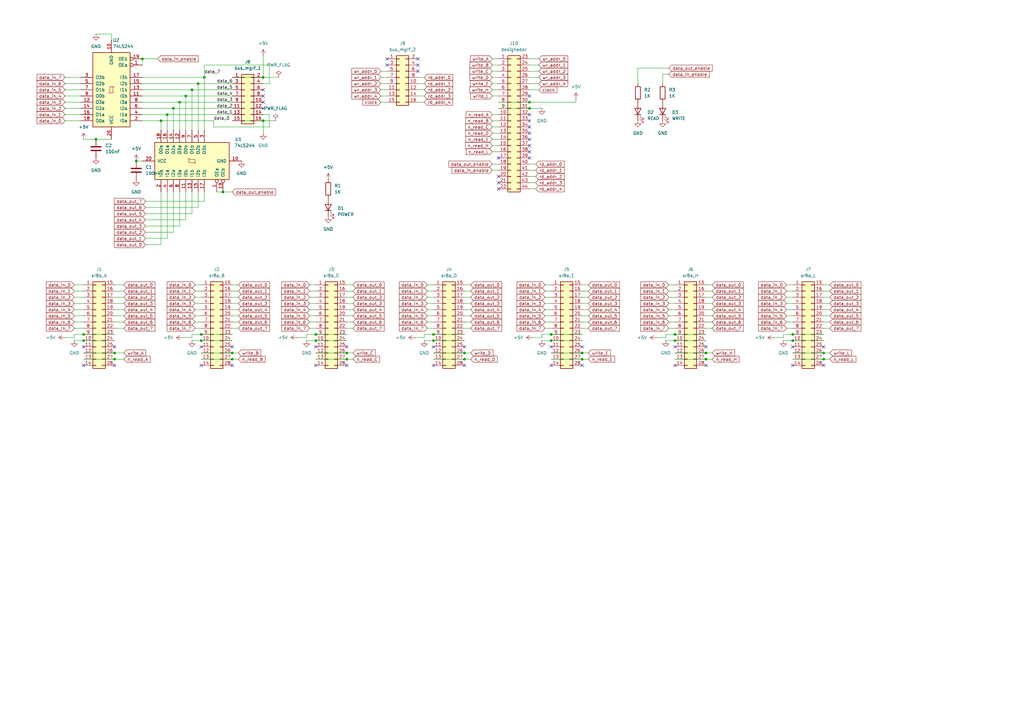
<source format=kicad_sch>
(kicad_sch (version 20250114) (generator "eeschema") (generator_version "9.0")
  (paper "A3")
  (junction (at 142.24 144.78))
  (junction (at 81.28 34.29))
  (junction (at 107.95 31.75))
  (junction (at 34.29 139.7))
  (junction (at 46.99 144.78))
  (junction (at 95.25 147.32))
  (junction (at 217.17 41.91))
  (junction (at 83.82 31.75))
  (junction (at 46.99 147.32))
  (junction (at 177.8 137.16))
  (junction (at 107.95 49.53))
  (junction (at 68.58 46.99))
  (junction (at 82.55 137.16))
  (junction (at 217.17 44.45))
  (junction (at 289.56 147.32))
  (junction (at 34.29 137.16))
  (junction (at 177.8 139.7))
  (junction (at 337.82 147.32))
  (junction (at 337.82 144.78))
  (junction (at 226.06 137.16))
  (junction (at 142.24 147.32))
  (junction (at 276.86 139.7))
  (junction (at 58.42 24.13))
  (junction (at 66.04 49.53))
  (junction (at 325.12 137.16))
  (junction (at 226.06 139.7))
  (junction (at 39.37 57.15))
  (junction (at 82.55 139.7))
  (junction (at 95.25 144.78))
  (junction (at 129.54 139.7))
  (junction (at 276.86 137.16))
  (junction (at 289.56 144.78))
  (junction (at 71.12 44.45))
  (junction (at 76.2 39.37))
  (junction (at 325.12 139.7))
  (junction (at 190.5 147.32))
  (junction (at 129.54 137.16))
  (junction (at 78.74 36.83))
  (junction (at 238.76 144.78))
  (junction (at 55.88 66.04))
  (junction (at 73.66 41.91))
  (junction (at 91.44 78.74))
  (junction (at 238.76 147.32))
  (junction (at 190.5 144.78))
  (no_connect (at 107.95 36.83))
  (no_connect (at 217.17 64.77))
  (no_connect (at 217.17 62.23))
  (no_connect (at 217.17 59.69))
  (no_connect (at 217.17 57.15))
  (no_connect (at 217.17 39.37))
  (no_connect (at 204.47 72.39))
  (no_connect (at 204.47 74.93))
  (no_connect (at 204.47 77.47))
  (no_connect (at 217.17 54.61))
  (no_connect (at 217.17 52.07))
  (no_connect (at 217.17 49.53))
  (no_connect (at 217.17 46.99))
  (no_connect (at 204.47 64.77))
  (no_connect (at 129.54 142.24))
  (no_connect (at 129.54 149.86))
  (no_connect (at 142.24 149.86))
  (no_connect (at 142.24 142.24))
  (no_connect (at 82.55 149.86))
  (no_connect (at 95.25 149.86))
  (no_connect (at 82.55 142.24))
  (no_connect (at 95.25 142.24))
  (no_connect (at 46.99 142.24))
  (no_connect (at 46.99 149.86))
  (no_connect (at 34.29 142.24))
  (no_connect (at 34.29 149.86))
  (no_connect (at 337.82 142.24))
  (no_connect (at 337.82 149.86))
  (no_connect (at 325.12 149.86))
  (no_connect (at 325.12 142.24))
  (no_connect (at 289.56 149.86))
  (no_connect (at 276.86 149.86))
  (no_connect (at 276.86 142.24))
  (no_connect (at 289.56 142.24))
  (no_connect (at 226.06 142.24))
  (no_connect (at 226.06 149.86))
  (no_connect (at 238.76 149.86))
  (no_connect (at 238.76 142.24))
  (no_connect (at 177.8 142.24))
  (no_connect (at 177.8 149.86))
  (no_connect (at 190.5 149.86))
  (no_connect (at 190.5 142.24))
  (no_connect (at 171.45 26.67))
  (no_connect (at 171.45 29.21))
  (no_connect (at 158.75 24.13))
  (no_connect (at 171.45 24.13))
  (no_connect (at 158.75 26.67))
  (no_connect (at 107.95 41.91))
  (no_connect (at 107.95 44.45))
  (no_connect (at 107.95 39.37))
  (wire (pts (xy 58.42 46.99) (xy 68.58 46.99)))
  (wire (pts (xy 58.42 24.13) (xy 58.42 26.67)))
  (wire (pts (xy 26.67 41.91) (xy 33.02 41.91)))
  (wire (pts (xy 30.48 139.7) (xy 34.29 139.7)))
  (wire (pts (xy 55.88 66.04) (xy 58.42 66.04)))
  (wire (pts (xy 129.54 144.78) (xy 142.24 144.78)))
  (wire (pts (xy 110.49 46.99) (xy 107.95 46.99)))
  (wire (pts (xy 219.71 69.85) (xy 217.17 69.85)))
  (wire (pts (xy 76.2 39.37) (xy 76.2 53.34)))
  (wire (pts (xy 193.04 124.46) (xy 190.5 124.46)))
  (wire (pts (xy 201.93 52.07) (xy 204.47 52.07)))
  (wire (pts (xy 325.12 137.16) (xy 337.82 137.16)))
  (wire (pts (xy 71.12 44.45) (xy 71.12 53.34)))
  (wire (pts (xy 274.32 127) (xy 276.86 127)))
  (wire (pts (xy 170.18 138.43) (xy 173.99 138.43)))
  (wire (pts (xy 223.52 119.38) (xy 226.06 119.38)))
  (wire (pts (xy 81.28 34.29) (xy 81.28 53.34)))
  (wire (pts (xy 34.29 139.7) (xy 46.99 139.7)))
  (wire (pts (xy 97.79 134.62) (xy 95.25 134.62)))
  (wire (pts (xy 88.9 78.74) (xy 91.44 78.74)))
  (wire (pts (xy 292.1 119.38) (xy 289.56 119.38)))
  (wire (pts (xy 97.79 132.08) (xy 95.25 132.08)))
  (wire (pts (xy 78.74 78.74) (xy 78.74 87.63)))
  (wire (pts (xy 78.74 137.16) (xy 82.55 137.16)))
  (wire (pts (xy 80.01 124.46) (xy 82.55 124.46)))
  (wire (pts (xy 175.26 124.46) (xy 177.8 124.46)))
  (wire (pts (xy 241.3 119.38) (xy 238.76 119.38)))
  (wire (pts (xy 91.44 78.74) (xy 95.25 78.74)))
  (wire (pts (xy 26.67 44.45) (xy 33.02 44.45)))
  (wire (pts (xy 30.48 134.62) (xy 34.29 134.62)))
  (wire (pts (xy 95.25 147.32) (xy 97.79 147.32)))
  (wire (pts (xy 175.26 121.92) (xy 177.8 121.92)))
  (wire (pts (xy 201.93 59.69) (xy 204.47 59.69)))
  (wire (pts (xy 201.93 36.83) (xy 204.47 36.83)))
  (wire (pts (xy 144.78 132.08) (xy 142.24 132.08)))
  (wire (pts (xy 83.82 26.67) (xy 110.49 26.67)))
  (wire (pts (xy 82.55 139.7) (xy 95.25 139.7)))
  (wire (pts (xy 144.78 129.54) (xy 142.24 129.54)))
  (wire (pts (xy 175.26 119.38) (xy 177.8 119.38)))
  (wire (pts (xy 241.3 127) (xy 238.76 127)))
  (wire (pts (xy 276.86 144.78) (xy 289.56 144.78)))
  (wire (pts (xy 127 121.92) (xy 129.54 121.92)))
  (wire (pts (xy 223.52 134.62) (xy 226.06 134.62)))
  (wire (pts (xy 30.48 138.43) (xy 30.48 137.16)))
  (wire (pts (xy 241.3 132.08) (xy 238.76 132.08)))
  (wire (pts (xy 34.29 57.15) (xy 39.37 57.15)))
  (wire (pts (xy 201.93 69.85) (xy 204.47 69.85)))
  (wire (pts (xy 173.99 39.37) (xy 171.45 39.37)))
  (wire (pts (xy 110.49 26.67) (xy 110.49 34.29)))
  (wire (pts (xy 156.21 36.83) (xy 158.75 36.83)))
  (wire (pts (xy 220.98 36.83) (xy 217.17 36.83)))
  (wire (pts (xy 337.82 144.78) (xy 340.36 144.78)))
  (wire (pts (xy 83.82 31.75) (xy 83.82 53.34)))
  (wire (pts (xy 73.66 92.71) (xy 59.69 92.71)))
  (wire (pts (xy 50.8 116.84) (xy 46.99 116.84)))
  (wire (pts (xy 217.17 44.45) (xy 222.25 44.45)))
  (wire (pts (xy 173.99 41.91) (xy 171.45 41.91)))
  (wire (pts (xy 193.04 132.08) (xy 190.5 132.08)))
  (wire (pts (xy 144.78 124.46) (xy 142.24 124.46)))
  (wire (pts (xy 261.62 27.94) (xy 274.32 27.94)))
  (wire (pts (xy 30.48 121.92) (xy 34.29 121.92)))
  (wire (pts (xy 50.8 129.54) (xy 46.99 129.54)))
  (wire (pts (xy 274.32 116.84) (xy 276.86 116.84)))
  (wire (pts (xy 26.67 39.37) (xy 33.02 39.37)))
  (wire (pts (xy 76.2 90.17) (xy 59.69 90.17)))
  (wire (pts (xy 127 132.08) (xy 129.54 132.08)))
  (wire (pts (xy 340.36 121.92) (xy 337.82 121.92)))
  (wire (pts (xy 74.93 138.43) (xy 78.74 138.43)))
  (wire (pts (xy 80.01 127) (xy 82.55 127)))
  (wire (pts (xy 26.67 36.83) (xy 33.02 36.83)))
  (wire (pts (xy 59.69 82.55) (xy 83.82 82.55)))
  (wire (pts (xy 46.99 147.32) (xy 50.8 147.32)))
  (wire (pts (xy 80.01 121.92) (xy 82.55 121.92)))
  (wire (pts (xy 241.3 129.54) (xy 238.76 129.54)))
  (wire (pts (xy 274.32 129.54) (xy 276.86 129.54)))
  (wire (pts (xy 95.25 31.75) (xy 107.95 31.75)))
  (wire (pts (xy 292.1 127) (xy 289.56 127)))
  (wire (pts (xy 64.77 24.13) (xy 58.42 24.13)))
  (wire (pts (xy 45.72 13.97) (xy 39.37 13.97)))
  (wire (pts (xy 271.78 34.29) (xy 271.78 30.48)))
  (wire (pts (xy 201.93 46.99) (xy 204.47 46.99)))
  (wire (pts (xy 226.06 144.78) (xy 238.76 144.78)))
  (wire (pts (xy 322.58 127) (xy 325.12 127)))
  (wire (pts (xy 201.93 29.21) (xy 204.47 29.21)))
  (wire (pts (xy 173.99 36.83) (xy 171.45 36.83)))
  (wire (pts (xy 222.25 137.16) (xy 226.06 137.16)))
  (wire (pts (xy 201.93 31.75) (xy 204.47 31.75)))
  (wire (pts (xy 78.74 36.83) (xy 78.74 53.34)))
  (wire (pts (xy 190.5 144.78) (xy 193.04 144.78)))
  (wire (pts (xy 241.3 124.46) (xy 238.76 124.46)))
  (wire (pts (xy 238.76 144.78) (xy 241.3 144.78)))
  (wire (pts (xy 201.93 34.29) (xy 204.47 34.29)))
  (wire (pts (xy 204.47 41.91) (xy 217.17 41.91)))
  (wire (pts (xy 276.86 137.16) (xy 289.56 137.16)))
  (wire (pts (xy 97.79 119.38) (xy 95.25 119.38)))
  (wire (pts (xy 107.95 31.75) (xy 114.3 31.75)))
  (wire (pts (xy 217.17 41.91) (xy 236.22 41.91)))
  (wire (pts (xy 50.8 119.38) (xy 46.99 119.38)))
  (wire (pts (xy 177.8 144.78) (xy 190.5 144.78)))
  (wire (pts (xy 274.32 119.38) (xy 276.86 119.38)))
  (wire (pts (xy 26.67 138.43) (xy 30.48 138.43)))
  (wire (pts (xy 156.21 34.29) (xy 158.75 34.29)))
  (wire (pts (xy 340.36 132.08) (xy 337.82 132.08)))
  (wire (pts (xy 175.26 134.62) (xy 177.8 134.62)))
  (wire (pts (xy 193.04 119.38) (xy 190.5 119.38)))
  (wire (pts (xy 325.12 144.78) (xy 337.82 144.78)))
  (wire (pts (xy 271.78 30.48) (xy 274.32 30.48)))
  (wire (pts (xy 30.48 116.84) (xy 34.29 116.84)))
  (wire (pts (xy 87.63 49.53) (xy 87.63 52.07)))
  (wire (pts (xy 226.06 139.7) (xy 238.76 139.7)))
  (wire (pts (xy 201.93 67.31) (xy 204.47 67.31)))
  (wire (pts (xy 95.25 144.78) (xy 97.79 144.78)))
  (wire (pts (xy 80.01 132.08) (xy 82.55 132.08)))
  (wire (pts (xy 144.78 134.62) (xy 142.24 134.62)))
  (wire (pts (xy 83.82 31.75) (xy 83.82 26.67)))
  (wire (pts (xy 193.04 134.62) (xy 190.5 134.62)))
  (wire (pts (xy 177.8 147.32) (xy 190.5 147.32)))
  (wire (pts (xy 241.3 121.92) (xy 238.76 121.92)))
  (wire (pts (xy 193.04 127) (xy 190.5 127)))
  (wire (pts (xy 30.48 137.16) (xy 34.29 137.16)))
  (wire (pts (xy 97.79 129.54) (xy 95.25 129.54)))
  (wire (pts (xy 241.3 116.84) (xy 238.76 116.84)))
  (wire (pts (xy 97.79 121.92) (xy 95.25 121.92)))
  (wire (pts (xy 127 127) (xy 129.54 127)))
  (wire (pts (xy 107.95 49.53) (xy 113.03 49.53)))
  (wire (pts (xy 220.98 24.13) (xy 217.17 24.13)))
  (wire (pts (xy 68.58 46.99) (xy 95.25 46.99)))
  (wire (pts (xy 68.58 46.99) (xy 68.58 53.34)))
  (wire (pts (xy 193.04 129.54) (xy 190.5 129.54)))
  (wire (pts (xy 222.25 138.43) (xy 222.25 137.16)))
  (wire (pts (xy 26.67 46.99) (xy 33.02 46.99)))
  (wire (pts (xy 289.56 144.78) (xy 292.1 144.78)))
  (wire (pts (xy 73.66 41.91) (xy 95.25 41.91)))
  (wire (pts (xy 292.1 124.46) (xy 289.56 124.46)))
  (wire (pts (xy 107.95 49.53) (xy 107.95 54.61)))
  (wire (pts (xy 219.71 67.31) (xy 217.17 67.31)))
  (wire (pts (xy 59.69 85.09) (xy 81.28 85.09)))
  (wire (pts (xy 219.71 74.93) (xy 217.17 74.93)))
  (wire (pts (xy 142.24 147.32) (xy 144.78 147.32)))
  (wire (pts (xy 95.25 49.53) (xy 107.95 49.53)))
  (wire (pts (xy 173.99 137.16) (xy 177.8 137.16)))
  (wire (pts (xy 58.42 31.75) (xy 83.82 31.75)))
  (wire (pts (xy 66.04 100.33) (xy 59.69 100.33)))
  (wire (pts (xy 156.21 29.21) (xy 158.75 29.21)))
  (wire (pts (xy 219.71 77.47) (xy 217.17 77.47)))
  (wire (pts (xy 30.48 119.38) (xy 34.29 119.38)))
  (wire (pts (xy 223.52 116.84) (xy 226.06 116.84)))
  (wire (pts (xy 201.93 62.23) (xy 204.47 62.23)))
  (wire (pts (xy 156.21 31.75) (xy 158.75 31.75)))
  (wire (pts (xy 50.8 127) (xy 46.99 127)))
  (wire (pts (xy 144.78 116.84) (xy 142.24 116.84)))
  (wire (pts (xy 204.47 44.45) (xy 217.17 44.45)))
  (wire (pts (xy 173.99 34.29) (xy 171.45 34.29)))
  (wire (pts (xy 220.98 29.21) (xy 217.17 29.21)))
  (wire (pts (xy 223.52 127) (xy 226.06 127)))
  (wire (pts (xy 110.49 34.29) (xy 107.95 34.29)))
  (wire (pts (xy 45.72 16.51) (xy 45.72 13.97)))
  (wire (pts (xy 127 134.62) (xy 129.54 134.62)))
  (wire (pts (xy 142.24 144.78) (xy 144.78 144.78)))
  (wire (pts (xy 68.58 78.74) (xy 68.58 97.79)))
  (wire (pts (xy 30.48 129.54) (xy 34.29 129.54)))
  (wire (pts (xy 340.36 124.46) (xy 337.82 124.46)))
  (wire (pts (xy 81.28 34.29) (xy 95.25 34.29)))
  (wire (pts (xy 322.58 132.08) (xy 325.12 132.08)))
  (wire (pts (xy 127 116.84) (xy 129.54 116.84)))
  (wire (pts (xy 144.78 119.38) (xy 142.24 119.38)))
  (wire (pts (xy 322.58 121.92) (xy 325.12 121.92)))
  (wire (pts (xy 340.36 116.84) (xy 337.82 116.84)))
  (wire (pts (xy 238.76 147.32) (xy 241.3 147.32)))
  (wire (pts (xy 82.55 137.16) (xy 95.25 137.16)))
  (wire (pts (xy 76.2 39.37) (xy 95.25 39.37)))
  (wire (pts (xy 76.2 78.74) (xy 76.2 90.17)))
  (wire (pts (xy 80.01 129.54) (xy 82.55 129.54)))
  (wire (pts (xy 292.1 116.84) (xy 289.56 116.84)))
  (wire (pts (xy 66.04 78.74) (xy 66.04 100.33)))
  (wire (pts (xy 83.82 82.55) (xy 83.82 78.74)))
  (wire (pts (xy 220.98 26.67) (xy 217.17 26.67)))
  (wire (pts (xy 175.26 132.08) (xy 177.8 132.08)))
  (wire (pts (xy 173.99 139.7) (xy 177.8 139.7)))
  (wire (pts (xy 274.32 134.62) (xy 276.86 134.62)))
  (wire (pts (xy 156.21 41.91) (xy 158.75 41.91)))
  (wire (pts (xy 97.79 124.46) (xy 95.25 124.46)))
  (wire (pts (xy 175.26 129.54) (xy 177.8 129.54)))
  (wire (pts (xy 129.54 139.7) (xy 142.24 139.7)))
  (wire (pts (xy 46.99 144.78) (xy 50.8 144.78)))
  (wire (pts (xy 78.74 36.83) (xy 95.25 36.83)))
  (wire (pts (xy 201.93 39.37) (xy 204.47 39.37)))
  (wire (pts (xy 276.86 147.32) (xy 289.56 147.32)))
  (wire (pts (xy 144.78 127) (xy 142.24 127)))
  (wire (pts (xy 50.8 121.92) (xy 46.99 121.92)))
  (wire (pts (xy 125.73 137.16) (xy 129.54 137.16)))
  (wire (pts (xy 97.79 127) (xy 95.25 127)))
  (wire (pts (xy 218.44 138.43) (xy 222.25 138.43)))
  (wire (pts (xy 34.29 144.78) (xy 46.99 144.78)))
  (wire (pts (xy 337.82 147.32) (xy 340.36 147.32)))
  (wire (pts (xy 177.8 139.7) (xy 190.5 139.7)))
  (wire (pts (xy 80.01 134.62) (xy 82.55 134.62)))
  (wire (pts (xy 340.36 127) (xy 337.82 127)))
  (wire (pts (xy 58.42 49.53) (xy 66.04 49.53)))
  (wire (pts (xy 220.98 34.29) (xy 217.17 34.29)))
  (wire (pts (xy 201.93 54.61) (xy 204.47 54.61)))
  (wire (pts (xy 125.73 139.7) (xy 129.54 139.7)))
  (wire (pts (xy 66.04 49.53) (xy 87.63 49.53)))
  (wire (pts (xy 322.58 116.84) (xy 325.12 116.84)))
  (wire (pts (xy 34.29 137.16) (xy 46.99 137.16)))
  (wire (pts (xy 121.92 138.43) (xy 125.73 138.43)))
  (wire (pts (xy 73.66 41.91) (xy 73.66 53.34)))
  (wire (pts (xy 190.5 147.32) (xy 193.04 147.32)))
  (wire (pts (xy 175.26 116.84) (xy 177.8 116.84)))
  (wire (pts (xy 177.8 137.16) (xy 190.5 137.16)))
  (wire (pts (xy 289.56 147.32) (xy 292.1 147.32)))
  (wire (pts (xy 322.58 124.46) (xy 325.12 124.46)))
  (wire (pts (xy 321.31 139.7) (xy 325.12 139.7)))
  (wire (pts (xy 321.31 138.43) (xy 321.31 137.16)))
  (wire (pts (xy 80.01 119.38) (xy 82.55 119.38)))
  (wire (pts (xy 71.12 95.25) (xy 59.69 95.25)))
  (wire (pts (xy 78.74 87.63) (xy 59.69 87.63)))
  (wire (pts (xy 317.5 138.43) (xy 321.31 138.43)))
  (wire (pts (xy 58.42 36.83) (xy 78.74 36.83)))
  (wire (pts (xy 274.32 121.92) (xy 276.86 121.92)))
  (wire (pts (xy 193.04 121.92) (xy 190.5 121.92)))
  (wire (pts (xy 322.58 134.62) (xy 325.12 134.62)))
  (wire (pts (xy 276.86 139.7) (xy 289.56 139.7)))
  (wire (pts (xy 223.52 132.08) (xy 226.06 132.08)))
  (wire (pts (xy 322.58 119.38) (xy 325.12 119.38)))
  (wire (pts (xy 125.73 138.43) (xy 125.73 137.16)))
  (wire (pts (xy 223.52 129.54) (xy 226.06 129.54)))
  (wire (pts (xy 193.04 116.84) (xy 190.5 116.84)))
  (wire (pts (xy 173.99 138.43) (xy 173.99 137.16)))
  (wire (pts (xy 39.37 57.15) (xy 45.72 57.15)))
  (wire (pts (xy 58.42 39.37) (xy 76.2 39.37)))
  (wire (pts (xy 292.1 134.62) (xy 289.56 134.62)))
  (wire (pts (xy 325.12 147.32) (xy 337.82 147.32)))
  (wire (pts (xy 107.95 22.86) (xy 107.95 31.75)))
  (wire (pts (xy 273.05 139.7) (xy 276.86 139.7)))
  (wire (pts (xy 78.74 138.43) (xy 78.74 137.16)))
  (wire (pts (xy 26.67 34.29) (xy 33.02 34.29)))
  (wire (pts (xy 219.71 72.39) (xy 217.17 72.39)))
  (wire (pts (xy 321.31 137.16) (xy 325.12 137.16)))
  (wire (pts (xy 340.36 134.62) (xy 337.82 134.62)))
  (wire (pts (xy 58.42 41.91) (xy 73.66 41.91)))
  (wire (pts (xy 222.25 139.7) (xy 226.06 139.7)))
  (wire (pts (xy 127 129.54) (xy 129.54 129.54)))
  (wire (pts (xy 274.32 124.46) (xy 276.86 124.46)))
  (wire (pts (xy 82.55 144.78) (xy 95.25 144.78)))
  (wire (pts (xy 78.74 139.7) (xy 82.55 139.7)))
  (wire (pts (xy 50.8 124.46) (xy 46.99 124.46)))
  (wire (pts (xy 50.8 132.08) (xy 46.99 132.08)))
  (wire (pts (xy 129.54 137.16) (xy 142.24 137.16)))
  (wire (pts (xy 201.93 57.15) (xy 204.47 57.15)))
  (wire (pts (xy 292.1 132.08) (xy 289.56 132.08)))
  (wire (pts (xy 110.49 52.07) (xy 110.49 46.99)))
  (wire (pts (xy 273.05 137.16) (xy 276.86 137.16)))
  (wire (pts (xy 273.05 138.43) (xy 273.05 137.16)))
  (wire (pts (xy 220.98 31.75) (xy 217.17 31.75)))
  (wire (pts (xy 58.42 44.45) (xy 71.12 44.45)))
  (wire (pts (xy 269.24 138.43) (xy 273.05 138.43)))
  (wire (pts (xy 129.54 147.32) (xy 142.24 147.32)))
  (wire (pts (xy 322.58 129.54) (xy 325.12 129.54)))
  (wire (pts (xy 58.42 34.29) (xy 81.28 34.29)))
  (wire (pts (xy 325.12 139.7) (xy 337.82 139.7)))
  (wire (pts (xy 68.58 97.79) (xy 59.69 97.79)))
  (wire (pts (xy 97.79 116.84) (xy 95.25 116.84)))
  (wire (pts (xy 292.1 129.54) (xy 289.56 129.54)))
  (wire (pts (xy 81.28 85.09) (xy 81.28 78.74)))
  (wire (pts (xy 34.29 147.32) (xy 46.99 147.32)))
  (wire (pts (xy 127 124.46) (xy 129.54 124.46)))
  (wire (pts (xy 201.93 26.67) (xy 204.47 26.67)))
  (wire (pts (xy 241.3 134.62) (xy 238.76 134.62)))
  (wire (pts (xy 66.04 49.53) (xy 66.04 53.34)))
  (wire (pts (xy 26.67 31.75) (xy 33.02 31.75)))
  (wire (pts (xy 80.01 116.84) (xy 82.55 116.84)))
  (wire (pts (xy 340.36 129.54) (xy 337.82 129.54)))
  (wire (pts (xy 26.67 49.53) (xy 33.02 49.53)))
  (wire (pts (xy 226.06 147.32) (xy 238.76 147.32)))
  (wire (pts (xy 127 119.38) (xy 129.54 119.38)))
  (wire (pts (xy 50.8 134.62) (xy 46.99 134.62)))
  (wire (pts (xy 201.93 24.13) (xy 204.47 24.13)))
  (wire (pts (xy 201.93 49.53) (xy 204.47 49.53)))
  (wire (pts (xy 87.63 52.07) (xy 110.49 52.07)))
  (wire (pts (xy 30.48 132.08) (xy 34.29 132.08)))
  (wire (pts (xy 292.1 121.92) (xy 289.56 121.92)))
  (wire (pts (xy 274.32 132.08) (xy 276.86 132.08)))
  (wire (pts (xy 144.78 121.92) (xy 142.24 121.92)))
  (wire (pts (xy 175.26 127) (xy 177.8 127)))
  (wire (pts (xy 236.22 41.91) (xy 236.22 40.64)))
  (wire (pts (xy 226.06 137.16) (xy 238.76 137.16)))
  (wire (pts (xy 30.48 127) (xy 34.29 127)))
  (wire (pts (xy 82.55 147.32) (xy 95.25 147.32)))
  (wire (pts (xy 30.48 124.46) (xy 34.29 124.46)))
  (wire (pts (xy 261.62 34.29) (xy 261.62 27.94)))
  (wire (pts (xy 71.12 44.45) (xy 95.25 44.45)))
  (wire (pts (xy 173.99 31.75) (xy 171.45 31.75)))
  (wire (pts (xy 71.12 78.74) (xy 71.12 95.25)))
  (wire (pts (xy 223.52 121.92) (xy 226.06 121.92)))
  (wire (pts (xy 156.21 39.37) (xy 158.75 39.37)))
  (wire (pts (xy 223.52 124.46) (xy 226.06 124.46)))
  (wire (pts (xy 340.36 119.38) (xy 337.82 119.38)))
  (wire (pts (xy 73.66 78.74) (xy 73.66 92.71)))
  (label "data_2" (at 88.9 44.45 0))
  (label "data_7" (at 83.82 30.48 0))
  (label "data_3" (at 88.9 41.91 0))
  (label "data_1" (at 88.9 46.99 0))
  (label "data_6" (at 88.9 34.29 0))
  (label "data_4" (at 88.9 39.37 0))
  (label "data_5" (at 88.9 36.83 0))
  (label "data_0" (at 87.63 49.53 0))
  (global_label "data_out_6" (shape input) (at 144.78 132.08 0) (property "Intersheetrefs" "${INTERSHEET_REFS}" (effects (hide yes))))
  (global_label "data_out_0" (shape input) (at 292.1 116.84 0) (property "Intersheetrefs" "${INTERSHEET_REFS}" (effects (hide yes))))
  (global_label "rd_addr_1" (shape input) (at 173.99 34.29 0) (property "Intersheetrefs" "${INTERSHEET_REFS}" (effects (hide yes))))
  (global_label "rd_addr_2" (shape input) (at 173.99 36.83 0) (property "Intersheetrefs" "${INTERSHEET_REFS}" (effects (hide yes))))
  (global_label "n_read_D" (shape input) (at 201.93 54.61 180) (property "Intersheetrefs" "${INTERSHEET_REFS}" (effects (hide yes))))
  (global_label "data_out_0" (shape input) (at 340.36 116.84 0) (property "Intersheetrefs" "${INTERSHEET_REFS}" (effects (hide yes))))
  (global_label "data_out_2" (shape input) (at 241.3 121.92 0) (property "Intersheetrefs" "${INTERSHEET_REFS}" (effects (hide yes))))
  (global_label "rd_addr_0" (shape input) (at 219.71 67.31 0) (property "Intersheetrefs" "${INTERSHEET_REFS}" (effects (hide yes))))
  (global_label "data_in_5" (shape input) (at 127 129.54 180) (property "Intersheetrefs" "${INTERSHEET_REFS}" (effects (hide yes))))
  (global_label "data_in_4" (shape input) (at 274.32 127 180) (property "Intersheetrefs" "${INTERSHEET_REFS}" (effects (hide yes))))
  (global_label "write_E" (shape input) (at 241.3 144.78 0) (property "Intersheetrefs" "${INTERSHEET_REFS}" (effects (hide yes))))
  (global_label "data_out_6" (shape input) (at 340.36 132.08 0) (property "Intersheetrefs" "${INTERSHEET_REFS}" (effects (hide yes))))
  (global_label "wr_addr_4" (shape input) (at 220.98 34.29 0) (property "Intersheetrefs" "${INTERSHEET_REFS}" (effects (hide yes))))
  (global_label "data_out_2" (shape input) (at 97.79 121.92 0) (property "Intersheetrefs" "${INTERSHEET_REFS}" (effects (hide yes))))
  (global_label "data_in_5" (shape input) (at 223.52 129.54 180) (property "Intersheetrefs" "${INTERSHEET_REFS}" (effects (hide yes))))
  (global_label "data_in_5" (shape input) (at 80.01 129.54 180) (property "Intersheetrefs" "${INTERSHEET_REFS}" (effects (hide yes))))
  (global_label "n_read_L" (shape input) (at 340.36 147.32 0) (property "Intersheetrefs" "${INTERSHEET_REFS}" (effects (hide yes))))
  (global_label "data_in_4" (shape input) (at 322.58 127 180) (property "Intersheetrefs" "${INTERSHEET_REFS}" (effects (hide yes))))
  (global_label "data_out_6" (shape input) (at 241.3 132.08 0) (property "Intersheetrefs" "${INTERSHEET_REFS}" (effects (hide yes))))
  (global_label "rd_addr_1" (shape input) (at 219.71 69.85 0) (property "Intersheetrefs" "${INTERSHEET_REFS}" (effects (hide yes))))
  (global_label "data_out_4" (shape input) (at 193.04 127 0) (property "Intersheetrefs" "${INTERSHEET_REFS}" (effects (hide yes))))
  (global_label "write_L" (shape input) (at 201.93 39.37 180) (property "Intersheetrefs" "${INTERSHEET_REFS}" (effects (hide yes))))
  (global_label "write_L" (shape input) (at 340.36 144.78 0) (property "Intersheetrefs" "${INTERSHEET_REFS}" (effects (hide yes))))
  (global_label "data_out_4" (shape input) (at 340.36 127 0) (property "Intersheetrefs" "${INTERSHEET_REFS}" (effects (hide yes))))
  (global_label "data_out_0" (shape input) (at 193.04 116.84 0) (property "Intersheetrefs" "${INTERSHEET_REFS}" (effects (hide yes))))
  (global_label "write_H" (shape input) (at 201.93 36.83 180) (property "Intersheetrefs" "${INTERSHEET_REFS}" (effects (hide yes))))
  (global_label "n_read_D" (shape input) (at 193.04 147.32 0) (property "Intersheetrefs" "${INTERSHEET_REFS}" (effects (hide yes))))
  (global_label "data_out_2" (shape input) (at 193.04 121.92 0) (property "Intersheetrefs" "${INTERSHEET_REFS}" (effects (hide yes))))
  (global_label "write_C" (shape input) (at 144.78 144.78 0) (property "Intersheetrefs" "${INTERSHEET_REFS}" (effects (hide yes))))
  (global_label "data_out_4" (shape input) (at 241.3 127 0) (property "Intersheetrefs" "${INTERSHEET_REFS}" (effects (hide yes))))
  (global_label "data_in_4" (shape input) (at 80.01 127 180) (property "Intersheetrefs" "${INTERSHEET_REFS}" (effects (hide yes))))
  (global_label "data_out_7" (shape input) (at 97.79 134.62 0) (property "Intersheetrefs" "${INTERSHEET_REFS}" (effects (hide yes))))
  (global_label "data_in_3" (shape input) (at 322.58 124.46 180) (property "Intersheetrefs" "${INTERSHEET_REFS}" (effects (hide yes))))
  (global_label "data_in_0" (shape input) (at 223.52 116.84 180) (property "Intersheetrefs" "${INTERSHEET_REFS}" (effects (hide yes))))
  (global_label "data_out_5" (shape input) (at 144.78 129.54 0) (property "Intersheetrefs" "${INTERSHEET_REFS}" (effects (hide yes))))
  (global_label "data_in_2" (shape input) (at 175.26 121.92 180) (property "Intersheetrefs" "${INTERSHEET_REFS}" (effects (hide yes))))
  (global_label "wr_addr_3" (shape input) (at 220.98 31.75 0) (property "Intersheetrefs" "${INTERSHEET_REFS}" (effects (hide yes))))
  (global_label "data_out_6" (shape input) (at 50.8 132.08 0) (property "Intersheetrefs" "${INTERSHEET_REFS}" (effects (hide yes))))
  (global_label "wr_addr_0" (shape input) (at 156.21 29.21 180) (property "Intersheetrefs" "${INTERSHEET_REFS}" (effects (hide yes))))
  (global_label "data_in_6" (shape input) (at 30.48 132.08 180) (property "Intersheetrefs" "${INTERSHEET_REFS}" (effects (hide yes))))
  (global_label "data_in_1" (shape input) (at 322.58 119.38 180) (property "Intersheetrefs" "${INTERSHEET_REFS}" (effects (hide yes))))
  (global_label "n_read_B" (shape input) (at 97.79 147.32 0) (property "Intersheetrefs" "${INTERSHEET_REFS}" (effects (hide yes))))
  (global_label "data_in_6" (shape input) (at 127 132.08 180) (property "Intersheetrefs" "${INTERSHEET_REFS}" (effects (hide yes))))
  (global_label "data_out_2" (shape input) (at 50.8 121.92 0) (property "Intersheetrefs" "${INTERSHEET_REFS}" (effects (hide yes))))
  (global_label "write_B" (shape input) (at 201.93 26.67 180) (property "Intersheetrefs" "${INTERSHEET_REFS}" (effects (hide yes))))
  (global_label "data_in_4" (shape input) (at 175.26 127 180) (property "Intersheetrefs" "${INTERSHEET_REFS}" (effects (hide yes))))
  (global_label "data_out_5" (shape input) (at 193.04 129.54 0) (property "Intersheetrefs" "${INTERSHEET_REFS}" (effects (hide yes))))
  (global_label "data_in_5" (shape input) (at 175.26 129.54 180) (property "Intersheetrefs" "${INTERSHEET_REFS}" (effects (hide yes))))
  (global_label "data_out_4" (shape input) (at 50.8 127 0) (property "Intersheetrefs" "${INTERSHEET_REFS}" (effects (hide yes))))
  (global_label "data_out_1" (shape input) (at 292.1 119.38 0) (property "Intersheetrefs" "${INTERSHEET_REFS}" (effects (hide yes))))
  (global_label "n_read_B" (shape input) (at 201.93 49.53 180) (property "Intersheetrefs" "${INTERSHEET_REFS}" (effects (hide yes))))
  (global_label "data_in_2" (shape input) (at 30.48 121.92 180) (property "Intersheetrefs" "${INTERSHEET_REFS}" (effects (hide yes))))
  (global_label "data_out_5" (shape input) (at 292.1 129.54 0) (property "Intersheetrefs" "${INTERSHEET_REFS}" (effects (hide yes))))
  (global_label "write_A" (shape input) (at 50.8 144.78 0) (property "Intersheetrefs" "${INTERSHEET_REFS}" (effects (hide yes))))
  (global_label "n_read_E" (shape input) (at 201.93 57.15 180) (property "Intersheetrefs" "${INTERSHEET_REFS}" (effects (hide yes))))
  (global_label "data_in_0" (shape input) (at 175.26 116.84 180) (property "Intersheetrefs" "${INTERSHEET_REFS}" (effects (hide yes))))
  (global_label "data_out_0" (shape input) (at 97.79 116.84 0) (property "Intersheetrefs" "${INTERSHEET_REFS}" (effects (hide yes))))
  (global_label "n_read_A" (shape input) (at 201.93 46.99 180) (property "Intersheetrefs" "${INTERSHEET_REFS}" (effects (hide yes))))
  (global_label "data_in_4" (shape input) (at 30.48 127 180) (property "Intersheetrefs" "${INTERSHEET_REFS}" (effects (hide yes))))
  (global_label "wr_addr_1" (shape input) (at 220.98 26.67 0) (property "Intersheetrefs" "${INTERSHEET_REFS}" (effects (hide yes))))
  (global_label "data_out_7" (shape input) (at 50.8 134.62 0) (property "Intersheetrefs" "${INTERSHEET_REFS}" (effects (hide yes))))
  (global_label "n_read_A" (shape input) (at 50.8 147.32 0) (property "Intersheetrefs" "${INTERSHEET_REFS}" (effects (hide yes))))
  (global_label "data_out_3" (shape input) (at 340.36 124.46 0) (property "Intersheetrefs" "${INTERSHEET_REFS}" (effects (hide yes))))
  (global_label "write_E" (shape input) (at 201.93 34.29 180) (property "Intersheetrefs" "${INTERSHEET_REFS}" (effects (hide yes))))
  (global_label "data_in_6" (shape input) (at 274.32 132.08 180) (property "Intersheetrefs" "${INTERSHEET_REFS}" (effects (hide yes))))
  (global_label "wr_addr_4" (shape input) (at 156.21 39.37 180) (property "Intersheetrefs" "${INTERSHEET_REFS}" (effects (hide yes))))
  (global_label "data_in_1" (shape input) (at 26.67 46.99 180) (property "Intersheetrefs" "${INTERSHEET_REFS}" (effects (hide yes))))
  (global_label "data_in_1" (shape input) (at 30.48 119.38 180) (property "Intersheetrefs" "${INTERSHEET_REFS}" (effects (hide yes))))
  (global_label "data_in_0" (shape input) (at 80.01 116.84 180) (property "Intersheetrefs" "${INTERSHEET_REFS}" (effects (hide yes))))
  (global_label "data_out_5" (shape input) (at 50.8 129.54 0) (property "Intersheetrefs" "${INTERSHEET_REFS}" (effects (hide yes))))
  (global_label "data_in_7" (shape input) (at 30.48 134.62 180) (property "Intersheetrefs" "${INTERSHEET_REFS}" (effects (hide yes))))
  (global_label "data_out_0" (shape input) (at 241.3 116.84 0) (property "Intersheetrefs" "${INTERSHEET_REFS}" (effects (hide yes))))
  (global_label "data_out_3" (shape input) (at 59.69 92.71 180) (property "Intersheetrefs" "${INTERSHEET_REFS}" (effects (hide yes))))
  (global_label "n_read_C" (shape input) (at 144.78 147.32 0) (property "Intersheetrefs" "${INTERSHEET_REFS}" (effects (hide yes))))
  (global_label "data_in_3" (shape input) (at 127 124.46 180) (property "Intersheetrefs" "${INTERSHEET_REFS}" (effects (hide yes))))
  (global_label "data_out_enable" (shape input) (at 201.93 67.31 180) (property "Intersheetrefs" "${INTERSHEET_REFS}" (effects (hide yes))))
  (global_label "data_out_2" (shape input) (at 340.36 121.92 0) (property "Intersheetrefs" "${INTERSHEET_REFS}" (effects (hide yes))))
  (global_label "data_in_5" (shape input) (at 274.32 129.54 180) (property "Intersheetrefs" "${INTERSHEET_REFS}" (effects (hide yes))))
  (global_label "data_in_3" (shape input) (at 30.48 124.46 180) (property "Intersheetrefs" "${INTERSHEET_REFS}" (effects (hide yes))))
  (global_label "data_in_6" (shape input) (at 175.26 132.08 180) (property "Intersheetrefs" "${INTERSHEET_REFS}" (effects (hide yes))))
  (global_label "data_out_2" (shape input) (at 144.78 121.92 0) (property "Intersheetrefs" "${INTERSHEET_REFS}" (effects (hide yes))))
  (global_label "data_out_7" (shape input) (at 340.36 134.62 0) (property "Intersheetrefs" "${INTERSHEET_REFS}" (effects (hide yes))))
  (global_label "data_out_enable" (shape input) (at 95.25 78.74 0) (property "Intersheetrefs" "${INTERSHEET_REFS}" (effects (hide yes))))
  (global_label "data_in_2" (shape input) (at 127 121.92 180) (property "Intersheetrefs" "${INTERSHEET_REFS}" (effects (hide yes))))
  (global_label "data_in_3" (shape input) (at 175.26 124.46 180) (property "Intersheetrefs" "${INTERSHEET_REFS}" (effects (hide yes))))
  (global_label "data_out_1" (shape input) (at 59.69 97.79 180) (property "Intersheetrefs" "${INTERSHEET_REFS}" (effects (hide yes))))
  (global_label "n_read_L" (shape input) (at 201.93 62.23 180) (property "Intersheetrefs" "${INTERSHEET_REFS}" (effects (hide yes))))
  (global_label "data_out_1" (shape input) (at 193.04 119.38 0) (property "Intersheetrefs" "${INTERSHEET_REFS}" (effects (hide yes))))
  (global_label "data_in_2" (shape input) (at 274.32 121.92 180) (property "Intersheetrefs" "${INTERSHEET_REFS}" (effects (hide yes))))
  (global_label "data_in_4" (shape input) (at 127 127 180) (property "Intersheetrefs" "${INTERSHEET_REFS}" (effects (hide yes))))
  (global_label "rd_addr_3" (shape input) (at 173.99 39.37 0) (property "Intersheetrefs" "${INTERSHEET_REFS}" (effects (hide yes))))
  (global_label "data_out_5" (shape input) (at 340.36 129.54 0) (property "Intersheetrefs" "${INTERSHEET_REFS}" (effects (hide yes))))
  (global_label "data_in_3" (shape input) (at 26.67 41.91 180) (property "Intersheetrefs" "${INTERSHEET_REFS}" (effects (hide yes))))
  (global_label "data_in_4" (shape input) (at 223.52 127 180) (property "Intersheetrefs" "${INTERSHEET_REFS}" (effects (hide yes))))
  (global_label "data_out_7" (shape input) (at 292.1 134.62 0) (property "Intersheetrefs" "${INTERSHEET_REFS}" (effects (hide yes))))
  (global_label "write_D" (shape input) (at 201.93 31.75 180) (property "Intersheetrefs" "${INTERSHEET_REFS}" (effects (hide yes))))
  (global_label "rd_addr_4" (shape input) (at 219.71 77.47 0) (property "Intersheetrefs" "${INTERSHEET_REFS}" (effects (hide yes))))
  (global_label "clock" (shape input) (at 156.21 41.91 180) (property "Intersheetrefs" "${INTERSHEET_REFS}" (effects (hide yes))))
  (global_label "data_out_1" (shape input) (at 241.3 119.38 0) (property "Intersheetrefs" "${INTERSHEET_REFS}" (effects (hide yes))))
  (global_label "data_out_2" (shape input) (at 292.1 121.92 0) (property "Intersheetrefs" "${INTERSHEET_REFS}" (effects (hide yes))))
  (global_label "data_out_0" (shape input) (at 144.78 116.84 0) (property "Intersheetrefs" "${INTERSHEET_REFS}" (effects (hide yes))))
  (global_label "data_in_7" (shape input) (at 80.01 134.62 180) (property "Intersheetrefs" "${INTERSHEET_REFS}" (effects (hide yes))))
  (global_label "data_in_0" (shape input) (at 322.58 116.84 180) (property "Intersheetrefs" "${INTERSHEET_REFS}" (effects (hide yes))))
  (global_label "data_out_6" (shape input) (at 97.79 132.08 0) (property "Intersheetrefs" "${INTERSHEET_REFS}" (effects (hide yes))))
  (global_label "data_out_7" (shape input) (at 59.69 82.55 180) (property "Intersheetrefs" "${INTERSHEET_REFS}" (effects (hide yes))))
  (global_label "data_in_7" (shape input) (at 175.26 134.62 180) (property "Intersheetrefs" "${INTERSHEET_REFS}" (effects (hide yes))))
  (global_label "n_read_C" (shape input) (at 201.93 52.07 180) (property "Intersheetrefs" "${INTERSHEET_REFS}" (effects (hide yes))))
  (global_label "data_in_5" (shape input) (at 30.48 129.54 180) (property "Intersheetrefs" "${INTERSHEET_REFS}" (effects (hide yes))))
  (global_label "data_in_enable" (shape input) (at 64.77 24.13 0) (property "Intersheetrefs" "${INTERSHEET_REFS}" (effects (hide yes))))
  (global_label "data_out_5" (shape input) (at 241.3 129.54 0) (property "Intersheetrefs" "${INTERSHEET_REFS}" (effects (hide yes))))
  (global_label "data_out_3" (shape input) (at 50.8 124.46 0) (property "Intersheetrefs" "${INTERSHEET_REFS}" (effects (hide yes))))
  (global_label "data_out_4" (shape input) (at 97.79 127 0) (property "Intersheetrefs" "${INTERSHEET_REFS}" (effects (hide yes))))
  (global_label "data_out_2" (shape input) (at 59.69 95.25 180) (property "Intersheetrefs" "${INTERSHEET_REFS}" (effects (hide yes))))
  (global_label "write_B" (shape input) (at 97.79 144.78 0) (property "Intersheetrefs" "${INTERSHEET_REFS}" (effects (hide yes))))
  (global_label "data_out_5" (shape input) (at 59.69 87.63 180) (property "Intersheetrefs" "${INTERSHEET_REFS}" (effects (hide yes))))
  (global_label "data_out_4" (shape input) (at 292.1 127 0) (property "Intersheetrefs" "${INTERSHEET_REFS}" (effects (hide yes))))
  (global_label "data_in_1" (shape input) (at 274.32 119.38 180) (property "Intersheetrefs" "${INTERSHEET_REFS}" (effects (hide yes))))
  (global_label "wr_addr_1" (shape input) (at 156.21 31.75 180) (property "Intersheetrefs" "${INTERSHEET_REFS}" (effects (hide yes))))
  (global_label "data_out_1" (shape input) (at 340.36 119.38 0) (property "Intersheetrefs" "${INTERSHEET_REFS}" (effects (hide yes))))
  (global_label "data_in_4" (shape input) (at 26.67 39.37 180) (property "Intersheetrefs" "${INTERSHEET_REFS}" (effects (hide yes))))
  (global_label "data_out_7" (shape input) (at 193.04 134.62 0) (property "Intersheetrefs" "${INTERSHEET_REFS}" (effects (hide yes))))
  (global_label "data_out_3" (shape input) (at 292.1 124.46 0) (property "Intersheetrefs" "${INTERSHEET_REFS}" (effects (hide yes))))
  (global_label "write_D" (shape input) (at 193.04 144.78 0) (property "Intersheetrefs" "${INTERSHEET_REFS}" (effects (hide yes))))
  (global_label "data_in_1" (shape input) (at 223.52 119.38 180) (property "Intersheetrefs" "${INTERSHEET_REFS}" (effects (hide yes))))
  (global_label "data_out_3" (shape input) (at 144.78 124.46 0) (property "Intersheetrefs" "${INTERSHEET_REFS}" (effects (hide yes))))
  (global_label "data_in_2" (shape input) (at 322.58 121.92 180) (property "Intersheetrefs" "${INTERSHEET_REFS}" (effects (hide yes))))
  (global_label "data_in_3" (shape input) (at 80.01 124.46 180) (property "Intersheetrefs" "${INTERSHEET_REFS}" (effects (hide yes))))
  (global_label "data_in_2" (shape input) (at 80.01 121.92 180) (property "Intersheetrefs" "${INTERSHEET_REFS}" (effects (hide yes))))
  (global_label "data_out_7" (shape input) (at 241.3 134.62 0) (property "Intersheetrefs" "${INTERSHEET_REFS}" (effects (hide yes))))
  (global_label "data_in_1" (shape input) (at 175.26 119.38 180) (property "Intersheetrefs" "${INTERSHEET_REFS}" (effects (hide yes))))
  (global_label "data_in_1" (shape input) (at 80.01 119.38 180) (property "Intersheetrefs" "${INTERSHEET_REFS}" (effects (hide yes))))
  (global_label "data_out_6" (shape input) (at 292.1 132.08 0) (property "Intersheetrefs" "${INTERSHEET_REFS}" (effects (hide yes))))
  (global_label "data_in_7" (shape input) (at 274.32 134.62 180) (property "Intersheetrefs" "${INTERSHEET_REFS}" (effects (hide yes))))
  (global_label "data_out_enable" (shape input) (at 274.32 27.94 0) (property "Intersheetrefs" "${INTERSHEET_REFS}" (effects (hide yes))))
  (global_label "clock" (shape input) (at 220.98 36.83 0) (property "Intersheetrefs" "${INTERSHEET_REFS}" (effects (hide yes))))
  (global_label "data_in_0" (shape input) (at 26.67 49.53 180) (property "Intersheetrefs" "${INTERSHEET_REFS}" (effects (hide yes))))
  (global_label "data_out_1" (shape input) (at 144.78 119.38 0) (property "Intersheetrefs" "${INTERSHEET_REFS}" (effects (hide yes))))
  (global_label "data_in_7" (shape input) (at 26.67 31.75 180) (property "Intersheetrefs" "${INTERSHEET_REFS}" (effects (hide yes))))
  (global_label "data_out_1" (shape input) (at 50.8 119.38 0) (property "Intersheetrefs" "${INTERSHEET_REFS}" (effects (hide yes))))
  (global_label "wr_addr_2" (shape input) (at 156.21 34.29 180) (property "Intersheetrefs" "${INTERSHEET_REFS}" (effects (hide yes))))
  (global_label "rd_addr_2" (shape input) (at 219.71 72.39 0) (property "Intersheetrefs" "${INTERSHEET_REFS}" (effects (hide yes))))
  (global_label "rd_addr_3" (shape input) (at 219.71 74.93 0) (property "Intersheetrefs" "${INTERSHEET_REFS}" (effects (hide yes))))
  (global_label "data_out_1" (shape input) (at 97.79 119.38 0) (property "Intersheetrefs" "${INTERSHEET_REFS}" (effects (hide yes))))
  (global_label "data_out_3" (shape input) (at 97.79 124.46 0) (property "Intersheetrefs" "${INTERSHEET_REFS}" (effects (hide yes))))
  (global_label "data_in_5" (shape input) (at 26.67 36.83 180) (property "Intersheetrefs" "${INTERSHEET_REFS}" (effects (hide yes))))
  (global_label "data_in_7" (shape input) (at 223.52 134.62 180) (property "Intersheetrefs" "${INTERSHEET_REFS}" (effects (hide yes))))
  (global_label "data_in_7" (shape input) (at 322.58 134.62 180) (property "Intersheetrefs" "${INTERSHEET_REFS}" (effects (hide yes))))
  (global_label "data_in_2" (shape input) (at 223.52 121.92 180) (property "Intersheetrefs" "${INTERSHEET_REFS}" (effects (hide yes))))
  (global_label "data_in_1" (shape input) (at 127 119.38 180) (property "Intersheetrefs" "${INTERSHEET_REFS}" (effects (hide yes))))
  (global_label "data_in_3" (shape input) (at 223.52 124.46 180) (property "Intersheetrefs" "${INTERSHEET_REFS}" (effects (hide yes))))
  (global_label "data_in_3" (shape input) (at 274.32 124.46 180) (property "Intersheetrefs" "${INTERSHEET_REFS}" (effects (hide yes))))
  (global_label "data_out_4" (shape input) (at 59.69 90.17 180) (property "Intersheetrefs" "${INTERSHEET_REFS}" (effects (hide yes))))
  (global_label "data_in_5" (shape input) (at 322.58 129.54 180) (property "Intersheetrefs" "${INTERSHEET_REFS}" (effects (hide yes))))
  (global_label "data_in_0" (shape input) (at 127 116.84 180) (property "Intersheetrefs" "${INTERSHEET_REFS}" (effects (hide yes))))
  (global_label "data_out_3" (shape input) (at 241.3 124.46 0) (property "Intersheetrefs" "${INTERSHEET_REFS}" (effects (hide yes))))
  (global_label "write_C" (shape input) (at 201.93 29.21 180) (property "Intersheetrefs" "${INTERSHEET_REFS}" (effects (hide yes))))
  (global_label "wr_addr_2" (shape input) (at 220.98 29.21 0) (property "Intersheetrefs" "${INTERSHEET_REFS}" (effects (hide yes))))
  (global_label "data_in_2" (shape input) (at 26.67 44.45 180) (property "Intersheetrefs" "${INTERSHEET_REFS}" (effects (hide yes))))
  (global_label "data_in_6" (shape input) (at 26.67 34.29 180) (property "Intersheetrefs" "${INTERSHEET_REFS}" (effects (hide yes))))
  (global_label "rd_addr_4" (shape input) (at 173.99 41.91 0) (property "Intersheetrefs" "${INTERSHEET_REFS}" (effects (hide yes))))
  (global_label "data_out_4" (shape input) (at 144.78 127 0) (property "Intersheetrefs" "${INTERSHEET_REFS}" (effects (hide yes))))
  (global_label "wr_addr_3" (shape input) (at 156.21 36.83 180) (property "Intersheetrefs" "${INTERSHEET_REFS}" (effects (hide yes))))
  (global_label "data_out_6" (shape input) (at 193.04 132.08 0) (property "Intersheetrefs" "${INTERSHEET_REFS}" (effects (hide yes))))
  (global_label "rd_addr_0" (shape input) (at 173.99 31.75 0) (property "Intersheetrefs" "${INTERSHEET_REFS}" (effects (hide yes))))
  (global_label "n_read_H" (shape input) (at 201.93 59.69 180) (property "Intersheetrefs" "${INTERSHEET_REFS}" (effects (hide yes))))
  (global_label "data_in_0" (shape input) (at 274.32 116.84 180) (property "Intersheetrefs" "${INTERSHEET_REFS}" (effects (hide yes))))
  (global_label "data_out_7" (shape input) (at 144.78 134.62 0) (property "Intersheetrefs" "${INTERSHEET_REFS}" (effects (hide yes))))
  (global_label "data_in_0" (shape input) (at 30.48 116.84 180) (property "Intersheetrefs" "${INTERSHEET_REFS}" (effects (hide yes))))
  (global_label "n_read_E" (shape input) (at 241.3 147.32 0) (property "Intersheetrefs" "${INTERSHEET_REFS}" (effects (hide yes))))
  (global_label "write_H" (shape input) (at 292.1 144.78 0) (property "Intersheetrefs" "${INTERSHEET_REFS}" (effects (hide yes))))
  (global_label "data_in_7" (shape input) (at 127 134.62 180) (property "Intersheetrefs" "${INTERSHEET_REFS}" (effects (hide yes))))
  (global_label "data_out_3" (shape input) (at 193.04 124.46 0) (property "Intersheetrefs" "${INTERSHEET_REFS}" (effects (hide yes))))
  (global_label "write_A" (shape input) (at 201.93 24.13 180) (property "Intersheetrefs" "${INTERSHEET_REFS}" (effects (hide yes))))
  (global_label "wr_addr_0" (shape input) (at 220.98 24.13 0) (property "Intersheetrefs" "${INTERSHEET_REFS}" (effects (hide yes))))
  (global_label "data_out_6" (shape input) (at 59.69 85.09 180) (property "Intersheetrefs" "${INTERSHEET_REFS}" (effects (hide yes))))
  (global_label "data_in_enable" (shape input) (at 274.32 30.48 0) (property "Intersheetrefs" "${INTERSHEET_REFS}" (effects (hide yes))))
  (global_label "data_in_6" (shape input) (at 322.58 132.08 180) (property "Intersheetrefs" "${INTERSHEET_REFS}" (effects (hide yes))))
  (global_label "n_read_H" (shape input) (at 292.1 147.32 0) (property "Intersheetrefs" "${INTERSHEET_REFS}" (effects (hide yes))))
  (global_label "data_out_5" (shape input) (at 97.79 129.54 0) (property "Intersheetrefs" "${INTERSHEET_REFS}" (effects (hide yes))))
  (global_label "data_out_0" (shape input) (at 50.8 116.84 0) (property "Intersheetrefs" "${INTERSHEET_REFS}" (effects (hide yes))))
  (global_label "data_out_0" (shape input) (at 59.69 100.33 180) (property "Intersheetrefs" "${INTERSHEET_REFS}" (effects (hide yes))))
  (global_label "data_in_6" (shape input) (at 223.52 132.08 180) (property "Intersheetrefs" "${INTERSHEET_REFS}" (effects (hide yes))))
  (global_label "data_in_6" (shape input) (at 80.01 132.08 180) (property "Intersheetrefs" "${INTERSHEET_REFS}" (effects (hide yes))))
  (global_label "data_in_enable" (shape input) (at 201.93 69.85 180) (property "Intersheetrefs" "${INTERSHEET_REFS}" (effects (hide yes))))
  (symbol (lib_name "LED_3") (lib_id "Device:LED") (at 134.62 85.09 90) (unit 1)
    (property "Reference" "D1" (at 138.43 85.4074 90) (effects (justify right)))
    (property "Value" "POWER" (at 138.43 87.9474 90) (effects (justify right)))
    (property "Footprint" "LED_THT:LED_D5.0mm" (effects (hide yes)))
    (property "Description" "Light emitting diode" (effects (hide yes)))
    (property "Sim.Pins" "1=K 2=A" (effects (hide yes)))
  )
  (symbol (lib_name "+5V_4") (lib_id "power:+5V") (at 121.92 138.43 90) (unit 1)
    (property "Reference" "#PWR015" (effects (hide yes)))
    (property "Value" "+5V" (at 118.11 138.4299 90) (effects (justify left)))
    (property "Description" "Power symbol creates a global label with name \"+5V\"" (effects (hide yes)))
  )
  (symbol (lib_name "+5V_4") (lib_id "power:+5V") (at 236.22 40.64 0) (unit 1)
    (property "Reference" "#PWR025" (effects (hide yes)))
    (property "Value" "+5V" (at 236.22 35.56 0))
    (property "Description" "Power symbol creates a global label with name \"+5V\"" (effects (hide yes)))
  )
  (symbol (lib_id "74xx:74LS244") (at 78.74 66.04 90) (unit 1)
    (property "Reference" "U1" (at 97.79 57.15 90))
    (property "Value" "74LS244" (at 100.33 59.69 90))
    (property "Footprint" "Package_DIP:DIP-20_W7.62mm" (effects (hide yes)))
    (property "Datasheet" "http://www.ti.com/lit/ds/symlink/sn74ls244.pdf" (effects (hide yes)))
  )
  (symbol (lib_id "Connector_Generic:Conn_02x14_Top_Bottom") (at 281.94 132.08 0) (unit 1)
    (property "Reference" "J6" (at 283.21 110.49 0))
    (property "Value" "sr8a_H" (at 283.21 113.03 0))
    (property "Footprint" "edge_connector:male-edge-connector-28" (effects (hide yes)))
    (property "Description" "Generic connector, double row, 02x14, top/bottom pin numbering scheme (row 1: 1...pins_per_row, row2: pins_per_row+1 ... num_pins), script generated (kicad-library-utils/schlib/autogen/connector/)" (effects (hide yes)))
  )
  (symbol (lib_id "Connector_Generic:Conn_02x14_Top_Bottom") (at 134.62 132.08 0) (unit 1)
    (property "Reference" "J3" (at 135.89 110.49 0))
    (property "Value" "sr8a_C" (at 135.89 113.03 0))
    (property "Footprint" "edge_connector:male-edge-connector-28" (effects (hide yes)))
    (property "Description" "Generic connector, double row, 02x14, top/bottom pin numbering scheme (row 1: 1...pins_per_row, row2: pins_per_row+1 ... num_pins), script generated (kicad-library-utils/schlib/autogen/connector/)" (effects (hide yes)))
  )
  (symbol (lib_id "power:PWR_FLAG") (at 113.03 49.53 0) (unit 1)
    (property "Reference" "#FLG02" (effects (hide yes)))
    (property "Value" "PWR_FLAG" (at 113.03 44.45 0))
    (property "Description" "Special symbol for telling ERC where power comes from" (effects (hide yes)))
  )
  (symbol (lib_name "GND_7") (lib_id "power:GND") (at 30.48 139.7 0) (unit 1)
    (property "Reference" "#PWR012" (effects (hide yes)))
    (property "Value" "GND" (at 30.48 144.78 0))
    (property "Description" "Power symbol creates a global label with name \"GND\" , ground" (effects (hide yes)))
  )
  (symbol (lib_id "Connector_Generic:Conn_02x08_Odd_Even") (at 100.33 39.37 0) (unit 1)
    (property "Reference" "J8" (at 101.6 25.4 0))
    (property "Value" "bus_mgrf_1" (at 101.6 27.94 0))
    (property "Footprint" "Connector_PinHeader_2.54mm:PinHeader_2x08_P2.54mm_Vertical" (effects (hide yes)))
  )
  (symbol (lib_id "Connector_Generic:Conn_02x14_Top_Bottom") (at 330.2 132.08 0) (unit 1)
    (property "Reference" "J7" (at 331.47 110.49 0))
    (property "Value" "sr8a_L" (at 331.47 113.03 0))
    (property "Footprint" "edge_connector:male-edge-connector-28" (effects (hide yes)))
    (property "Description" "Generic connector, double row, 02x14, top/bottom pin numbering scheme (row 1: 1...pins_per_row, row2: pins_per_row+1 ... num_pins), script generated (kicad-library-utils/schlib/autogen/connector/)" (effects (hide yes)))
  )
  (symbol (lib_id "74xx:74LS244") (at 45.72 36.83 180) (unit 1)
    (property "Reference" "U2" (at 46.2406 16.51 0) (effects (justify right)))
    (property "Value" "74LS244" (at 46.2406 19.05 0) (effects (justify right)))
    (property "Footprint" "Package_DIP:DIP-20_W7.62mm" (effects (hide yes)))
    (property "Datasheet" "http://www.ti.com/lit/ds/symlink/sn74ls244.pdf" (effects (hide yes)))
  )
  (symbol (lib_id "Device:C") (at 39.37 60.96 0) (unit 1)
    (property "Reference" "C2" (at 43.18 59.6899 0) (effects (justify left)))
    (property "Value" "100nF" (at 43.18 62.2299 0) (effects (justify left)))
    (property "Footprint" "Capacitor_THT:C_Disc_D5.1mm_W3.2mm_P5.00mm" (effects (hide yes)))
  )
  (symbol (lib_name "GND_7") (lib_id "power:GND") (at 99.06 66.04 0) (unit 1)
    (property "Reference" "#PWR04" (effects (hide yes)))
    (property "Value" "GND" (at 99.06 71.12 0))
    (property "Description" "Power symbol creates a global label with name \"GND\" , ground" (effects (hide yes)))
  )
  (symbol (lib_name "+5V_4") (lib_id "power:+5V") (at 34.29 57.15 0) (unit 1)
    (property "Reference" "#PWR06" (effects (hide yes)))
    (property "Value" "+5V" (at 34.29 52.07 0))
    (property "Description" "Power symbol creates a global label with name \"+5V\"" (effects (hide yes)))
  )
  (symbol (lib_name "GND_7") (lib_id "power:GND") (at 261.62 49.53 0) (unit 1)
    (property "Reference" "#PWR027" (effects (hide yes)))
    (property "Value" "GND" (at 261.62 54.61 0))
    (property "Description" "Power symbol creates a global label with name \"GND\" , ground" (effects (hide yes)))
  )
  (symbol (lib_id "Device:R") (at 134.62 77.47 0) (unit 1)
    (property "Reference" "R1" (at 137.16 76.1999 0) (effects (justify left)))
    (property "Value" "1K" (at 137.16 78.7399 0) (effects (justify left)))
    (property "Footprint" "Resistor_THT:R_Axial_DIN0207_L6.3mm_D2.5mm_P7.62mm_Horizontal" (effects (hide yes)))
  )
  (symbol (lib_name "GND_7") (lib_id "power:GND") (at 271.78 49.53 0) (unit 1)
    (property "Reference" "#PWR026" (effects (hide yes)))
    (property "Value" "GND" (at 271.78 54.61 0))
    (property "Description" "Power symbol creates a global label with name \"GND\" , ground" (effects (hide yes)))
  )
  (symbol (lib_name "GND_7") (lib_id "power:GND") (at 55.88 73.66 0) (unit 1)
    (property "Reference" "#PWR03" (effects (hide yes)))
    (property "Value" "GND" (at 55.88 78.74 0))
    (property "Description" "Power symbol creates a global label with name \"GND\" , ground" (effects (hide yes)))
  )
  (symbol (lib_name "GND_7") (lib_id "power:GND") (at 39.37 64.77 0) (unit 1)
    (property "Reference" "#PWR02" (effects (hide yes)))
    (property "Value" "GND" (at 39.37 69.85 0))
    (property "Description" "Power symbol creates a global label with name \"GND\" , ground" (effects (hide yes)))
  )
  (symbol (lib_id "Connector_Generic:Conn_02x22_Top_Bottom") (at 209.55 49.53 0) (unit 1)
    (property "Reference" "J10" (at 210.82 17.78 0))
    (property "Value" "designador" (at 210.82 20.32 0))
    (property "Footprint" "edge_connector:male-edge-connector-44" (effects (hide yes)))
  )
  (symbol (lib_name "GND_7") (lib_id "power:GND") (at 78.74 139.7 0) (unit 1)
    (property "Reference" "#PWR014" (effects (hide yes)))
    (property "Value" "GND" (at 78.74 144.78 0))
    (property "Description" "Power symbol creates a global label with name \"GND\" , ground" (effects (hide yes)))
  )
  (symbol (lib_name "+5V_4") (lib_id "power:+5V") (at 170.18 138.43 90) (unit 1)
    (property "Reference" "#PWR017" (effects (hide yes)))
    (property "Value" "+5V" (at 166.37 138.4299 90) (effects (justify left)))
    (property "Description" "Power symbol creates a global label with name \"+5V\"" (effects (hide yes)))
  )
  (symbol (lib_name "GND_7") (lib_id "power:GND") (at 273.05 139.7 0) (unit 1)
    (property "Reference" "#PWR022" (effects (hide yes)))
    (property "Value" "GND" (at 273.05 144.78 0))
    (property "Description" "Power symbol creates a global label with name \"GND\" , ground" (effects (hide yes)))
  )
  (symbol (lib_name "+5V_4") (lib_id "power:+5V") (at 317.5 138.43 90) (unit 1)
    (property "Reference" "#PWR023" (effects (hide yes)))
    (property "Value" "+5V" (at 313.69 138.4299 90) (effects (justify left)))
    (property "Description" "Power symbol creates a global label with name \"+5V\"" (effects (hide yes)))
  )
  (symbol (lib_name "GND_7") (lib_id "power:GND") (at 173.99 139.7 0) (unit 1)
    (property "Reference" "#PWR018" (effects (hide yes)))
    (property "Value" "GND" (at 173.99 144.78 0))
    (property "Description" "Power symbol creates a global label with name \"GND\" , ground" (effects (hide yes)))
  )
  (symbol (lib_name "GND_7") (lib_id "power:GND") (at 39.37 13.97 0) (unit 1)
    (property "Reference" "#PWR01" (effects (hide yes)))
    (property "Value" "GND" (at 39.37 19.05 0))
    (property "Description" "Power symbol creates a global label with name \"GND\" , ground" (effects (hide yes)))
  )
  (symbol (lib_name "+5V_4") (lib_id "power:+5V") (at 107.95 22.86 0) (unit 1)
    (property "Reference" "#PWR08" (effects (hide yes)))
    (property "Value" "+5V" (at 107.95 17.78 0))
    (property "Description" "Power symbol creates a global label with name \"+5V\"" (effects (hide yes)))
  )
  (symbol (lib_name "GND_7") (lib_id "power:GND") (at 222.25 139.7 0) (unit 1)
    (property "Reference" "#PWR020" (effects (hide yes)))
    (property "Value" "GND" (at 222.25 144.78 0))
    (property "Description" "Power symbol creates a global label with name \"GND\" , ground" (effects (hide yes)))
  )
  (symbol (lib_name "GND_7") (lib_id "power:GND") (at 125.73 139.7 0) (unit 1)
    (property "Reference" "#PWR016" (effects (hide yes)))
    (property "Value" "GND" (at 125.73 144.78 0))
    (property "Description" "Power symbol creates a global label with name \"GND\" , ground" (effects (hide yes)))
  )
  (symbol (lib_id "Connector_Generic:Conn_02x14_Top_Bottom") (at 87.63 132.08 0) (unit 1)
    (property "Reference" "J2" (at 88.9 110.49 0))
    (property "Value" "sr8a_B" (at 88.9 113.03 0))
    (property "Footprint" "edge_connector:male-edge-connector-28" (effects (hide yes)))
    (property "Description" "Generic connector, double row, 02x14, top/bottom pin numbering scheme (row 1: 1...pins_per_row, row2: pins_per_row+1 ... num_pins), script generated (kicad-library-utils/schlib/autogen/connector/)" (effects (hide yes)))
  )
  (symbol (lib_id "Connector_Generic:Conn_02x14_Top_Bottom") (at 182.88 132.08 0) (unit 1)
    (property "Reference" "J4" (at 184.15 110.49 0))
    (property "Value" "sr8a_D" (at 184.15 113.03 0))
    (property "Footprint" "edge_connector:male-edge-connector-28" (effects (hide yes)))
    (property "Description" "Generic connector, double row, 02x14, top/bottom pin numbering scheme (row 1: 1...pins_per_row, row2: pins_per_row+1 ... num_pins), script generated (kicad-library-utils/schlib/autogen/connector/)" (effects (hide yes)))
  )
  (symbol (lib_name "GND_7") (lib_id "power:GND") (at 107.95 54.61 0) (unit 1)
    (property "Reference" "#PWR05" (effects (hide yes)))
    (property "Value" "GND" (at 107.95 59.69 0))
    (property "Description" "Power symbol creates a global label with name \"GND\" , ground" (effects (hide yes)))
  )
  (symbol (lib_name "GND_7") (lib_id "power:GND") (at 222.25 44.45 0) (unit 1)
    (property "Reference" "#PWR028" (effects (hide yes)))
    (property "Value" "GND" (at 222.25 49.53 0))
    (property "Description" "Power symbol creates a global label with name \"GND\" , ground" (effects (hide yes)))
  )
  (symbol (lib_name "+5V_4") (lib_id "power:+5V") (at 55.88 66.04 0) (unit 1)
    (property "Reference" "#PWR07" (effects (hide yes)))
    (property "Value" "+5V" (at 55.88 60.96 0))
    (property "Description" "Power symbol creates a global label with name \"+5V\"" (effects (hide yes)))
  )
  (symbol (lib_id "Connector_Generic:Conn_02x14_Top_Bottom") (at 231.14 132.08 0) (unit 1)
    (property "Reference" "J5" (at 232.41 110.49 0))
    (property "Value" "sr8a_E" (at 232.41 113.03 0))
    (property "Footprint" "edge_connector:male-edge-connector-28" (effects (hide yes)))
    (property "Description" "Generic connector, double row, 02x14, top/bottom pin numbering scheme (row 1: 1...pins_per_row, row2: pins_per_row+1 ... num_pins), script generated (kicad-library-utils/schlib/autogen/connector/)" (effects (hide yes)))
  )
  (symbol (lib_name "LED_3") (lib_id "Device:LED") (at 271.78 45.72 90) (unit 1)
    (property "Reference" "D3" (at 275.59 46.0374 90) (effects (justify right)))
    (property "Value" "WRITE" (at 275.59 48.5774 90) (effects (justify right)))
    (property "Footprint" "LED_THT:LED_D5.0mm" (effects (hide yes)))
    (property "Description" "Light emitting diode" (effects (hide yes)))
    (property "Sim.Pins" "1=K 2=A" (effects (hide yes)))
  )
  (symbol (lib_id "Connector_Generic:Conn_02x14_Top_Bottom") (at 39.37 132.08 0) (unit 1)
    (property "Reference" "J1" (at 40.64 110.49 0))
    (property "Value" "sr8a_A" (at 40.64 113.03 0))
    (property "Footprint" "edge_connector:male-edge-connector-28" (effects (hide yes)))
    (property "Description" "Generic connector, double row, 02x14, top/bottom pin numbering scheme (row 1: 1...pins_per_row, row2: pins_per_row+1 ... num_pins), script generated (kicad-library-utils/schlib/autogen/connector/)" (effects (hide yes)))
  )
  (symbol (lib_id "power:PWR_FLAG") (at 114.3 31.75 0) (unit 1)
    (property "Reference" "#FLG01" (effects (hide yes)))
    (property "Value" "PWR_FLAG" (at 114.3 26.67 0))
    (property "Description" "Special symbol for telling ERC where power comes from" (effects (hide yes)))
  )
  (symbol (lib_name "+5V_4") (lib_id "power:+5V") (at 218.44 138.43 90) (unit 1)
    (property "Reference" "#PWR019" (effects (hide yes)))
    (property "Value" "+5V" (at 214.63 138.4299 90) (effects (justify left)))
    (property "Description" "Power symbol creates a global label with name \"+5V\"" (effects (hide yes)))
  )
  (symbol (lib_name "+5V_4") (lib_id "power:+5V") (at 74.93 138.43 90) (unit 1)
    (property "Reference" "#PWR013" (effects (hide yes)))
    (property "Value" "+5V" (at 71.12 138.4299 90) (effects (justify left)))
    (property "Description" "Power symbol creates a global label with name \"+5V\"" (effects (hide yes)))
  )
  (symbol (lib_id "Device:C") (at 55.88 69.85 0) (unit 1)
    (property "Reference" "C1" (at 59.69 68.5799 0) (effects (justify left)))
    (property "Value" "100nF" (at 59.69 71.1199 0) (effects (justify left)))
    (property "Footprint" "Capacitor_THT:C_Disc_D5.1mm_W3.2mm_P5.00mm" (effects (hide yes)))
  )
  (symbol (lib_id "Device:R") (at 261.62 38.1 0) (unit 1)
    (property "Reference" "R2" (at 264.16 36.8299 0) (effects (justify left)))
    (property "Value" "1K" (at 264.16 39.3699 0) (effects (justify left)))
    (property "Footprint" "Resistor_THT:R_Axial_DIN0207_L6.3mm_D2.5mm_P7.62mm_Horizontal" (effects (hide yes)))
  )
  (symbol (lib_id "Connector_Generic:Conn_02x08_Odd_Even") (at 163.83 31.75 0) (unit 1)
    (property "Reference" "J9" (at 165.1 17.78 0))
    (property "Value" "bus_mgrf_2" (at 165.1 20.32 0))
    (property "Footprint" "Connector_PinHeader_2.54mm:PinHeader_2x08_P2.54mm_Vertical" (effects (hide yes)))
  )
  (symbol (lib_name "GND_7") (lib_id "power:GND") (at 321.31 139.7 0) (unit 1)
    (property "Reference" "#PWR024" (effects (hide yes)))
    (property "Value" "GND" (at 321.31 144.78 0))
    (property "Description" "Power symbol creates a global label with name \"GND\" , ground" (effects (hide yes)))
  )
  (symbol (lib_id "Device:R") (at 271.78 38.1 0) (unit 1)
    (property "Reference" "R3" (at 274.32 36.8299 0) (effects (justify left)))
    (property "Value" "1K" (at 274.32 39.3699 0) (effects (justify left)))
    (property "Footprint" "Resistor_THT:R_Axial_DIN0207_L6.3mm_D2.5mm_P7.62mm_Horizontal" (effects (hide yes)))
  )
  (symbol (lib_name "LED_3") (lib_id "Device:LED") (at 261.62 45.72 90) (unit 1)
    (property "Reference" "D2" (at 265.43 46.0374 90) (effects (justify right)))
    (property "Value" "READ" (at 265.43 48.5774 90) (effects (justify right)))
    (property "Footprint" "LED_THT:LED_D5.0mm" (effects (hide yes)))
    (property "Description" "Light emitting diode" (effects (hide yes)))
    (property "Sim.Pins" "1=K 2=A" (effects (hide yes)))
  )
  (symbol (lib_name "GND_7") (lib_id "power:GND") (at 134.62 88.9 0) (unit 1)
    (property "Reference" "#PWR010" (effects (hide yes)))
    (property "Value" "GND" (at 134.62 93.98 0))
    (property "Description" "Power symbol creates a global label with name \"GND\" , ground" (effects (hide yes)))
  )
  (symbol (lib_name "+5V_4") (lib_id "power:+5V") (at 134.62 73.66 0) (unit 1)
    (property "Reference" "#PWR09" (effects (hide yes)))
    (property "Value" "+5V" (at 134.62 68.58 0))
    (property "Description" "Power symbol creates a global label with name \"+5V\"" (effects (hide yes)))
  )
  (symbol (lib_name "+5V_4") (lib_id "power:+5V") (at 269.24 138.43 90) (unit 1)
    (property "Reference" "#PWR021" (effects (hide yes)))
    (property "Value" "+5V" (at 265.43 138.4299 90) (effects (justify left)))
    (property "Description" "Power symbol creates a global label with name \"+5V\"" (effects (hide yes)))
  )
  (symbol (lib_name "+5V_4") (lib_id "power:+5V") (at 26.67 138.43 90) (unit 1)
    (property "Reference" "#PWR011" (effects (hide yes)))
    (property "Value" "+5V" (at 22.86 138.4299 90) (effects (justify left)))
    (property "Description" "Power symbol creates a global label with name \"+5V\"" (effects (hide yes)))
  )
)
</source>
